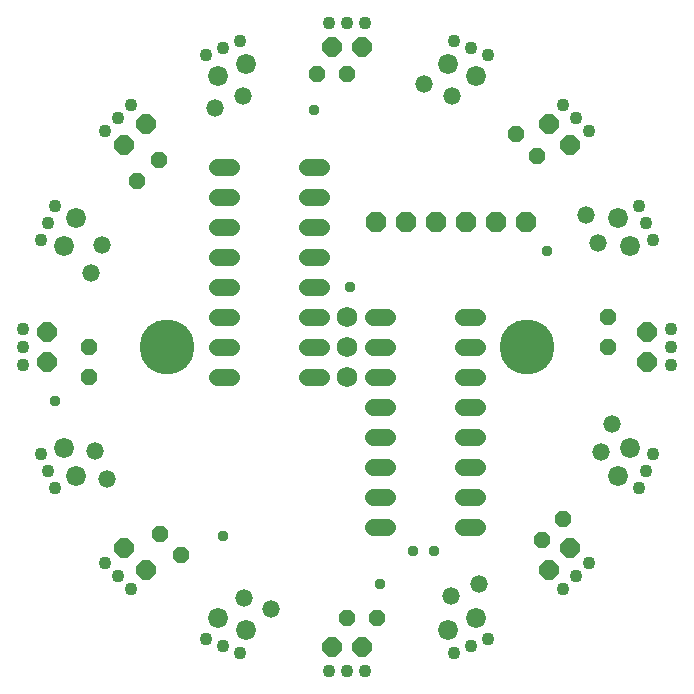
<source format=gbr>
G04 EAGLE Gerber RS-274X export*
G75*
%MOMM*%
%FSLAX34Y34*%
%LPD*%
%INSoldermask Bottom*%
%IPPOS*%
%AMOC8*
5,1,8,0,0,1.08239X$1,22.5*%
G01*
%ADD10C,1.422400*%
%ADD11C,1.103200*%
%ADD12P,1.539592X8X292.500000*%
%ADD13P,1.759533X8X112.500000*%
%ADD14P,1.539592X8X315.000000*%
%ADD15P,1.759533X8X135.000000*%
%ADD16P,1.539592X8X337.500000*%
%ADD17P,1.759533X8X157.500000*%
%ADD18P,1.539592X8X360.000000*%
%ADD19P,1.759533X8X180.000000*%
%ADD20P,1.539592X8X22.500000*%
%ADD21P,1.759533X8X202.500000*%
%ADD22P,1.539592X8X45.000000*%
%ADD23P,1.759533X8X225.000000*%
%ADD24P,1.539592X8X67.500000*%
%ADD25P,1.759533X8X247.500000*%
%ADD26P,1.539592X8X90.000000*%
%ADD27P,1.759533X8X270.000000*%
%ADD28P,1.539592X8X112.500000*%
%ADD29P,1.759533X8X292.500000*%
%ADD30P,1.539592X8X135.000000*%
%ADD31P,1.759533X8X315.000000*%
%ADD32P,1.539592X8X157.500000*%
%ADD33P,1.759533X8X337.500000*%
%ADD34P,1.539592X8X180.000000*%
%ADD35P,1.759533X8X360.000000*%
%ADD36P,1.539592X8X202.500000*%
%ADD37P,1.759533X8X22.500000*%
%ADD38P,1.539592X8X225.000000*%
%ADD39P,1.759533X8X45.000000*%
%ADD40P,1.539592X8X247.500000*%
%ADD41P,1.759533X8X67.500000*%
%ADD42P,1.539592X8X270.000000*%
%ADD43P,1.759533X8X90.000000*%
%ADD44P,1.869504X8X112.500000*%
%ADD45C,1.727200*%
%ADD46C,4.648200*%
%ADD47C,0.959600*%


D10*
X-110236Y152400D02*
X-98044Y152400D01*
X-98044Y127000D02*
X-110236Y127000D01*
X-110236Y50800D02*
X-98044Y50800D01*
X-98044Y25400D02*
X-110236Y25400D01*
X-110236Y101600D02*
X-98044Y101600D01*
X-98044Y76200D02*
X-110236Y76200D01*
X-110236Y0D02*
X-98044Y0D01*
X-98044Y-25400D02*
X-110236Y-25400D01*
X-34036Y-25400D02*
X-21844Y-25400D01*
X-21844Y0D02*
X-34036Y0D01*
X-34036Y25400D02*
X-21844Y25400D01*
X-21844Y50800D02*
X-34036Y50800D01*
X-34036Y76200D02*
X-21844Y76200D01*
X-21844Y101600D02*
X-34036Y101600D01*
X-34036Y127000D02*
X-21844Y127000D01*
X-21844Y152400D02*
X-34036Y152400D01*
X98044Y-152400D02*
X110236Y-152400D01*
X110236Y-127000D02*
X98044Y-127000D01*
X98044Y-50800D02*
X110236Y-50800D01*
X110236Y-25400D02*
X98044Y-25400D01*
X98044Y-101600D02*
X110236Y-101600D01*
X110236Y-76200D02*
X98044Y-76200D01*
X98044Y0D02*
X110236Y0D01*
X110236Y25400D02*
X98044Y25400D01*
X34036Y25400D02*
X21844Y25400D01*
X21844Y0D02*
X34036Y0D01*
X34036Y-25400D02*
X21844Y-25400D01*
X21844Y-50800D02*
X34036Y-50800D01*
X34036Y-76200D02*
X21844Y-76200D01*
X21844Y-101600D02*
X34036Y-101600D01*
X34036Y-127000D02*
X21844Y-127000D01*
X21844Y-152400D02*
X34036Y-152400D01*
D11*
X274320Y15240D03*
X274320Y0D03*
X274320Y-15240D03*
D12*
X220980Y25400D03*
X220980Y0D03*
D13*
X254000Y-12700D03*
X254000Y12700D03*
D11*
X247607Y119058D03*
X253439Y104978D03*
X259271Y90898D03*
D14*
X202335Y111617D03*
X212056Y88150D03*
D15*
X239525Y85468D03*
X229805Y108935D03*
D11*
X183197Y204750D03*
X193974Y193974D03*
X204750Y183197D03*
D16*
X143030Y180041D03*
X160991Y162080D03*
D17*
X188585Y170625D03*
X170625Y188585D03*
D11*
X90898Y259271D03*
X104978Y253439D03*
X119058Y247607D03*
D18*
X65290Y222216D03*
X88757Y212495D03*
D19*
X108935Y229805D03*
X85468Y239525D03*
D11*
X-15240Y274320D03*
X0Y274320D03*
X15240Y274320D03*
D20*
X-25400Y231140D03*
X0Y231140D03*
D21*
X12700Y254000D03*
X-12700Y254000D03*
D11*
X-119058Y247607D03*
X-104978Y253439D03*
X-90898Y259271D03*
D22*
X-111617Y202335D03*
X-88150Y212056D03*
D23*
X-85468Y239525D03*
X-108935Y229805D03*
D11*
X-204750Y183197D03*
X-193974Y193974D03*
X-183197Y204750D03*
D24*
X-177501Y140490D03*
X-159540Y158451D03*
D25*
X-170625Y188585D03*
X-188585Y170625D03*
D11*
X-259271Y90898D03*
X-253439Y104978D03*
X-247607Y119058D03*
D26*
X-217136Y62750D03*
X-207415Y86217D03*
D27*
X-229805Y108935D03*
X-239525Y85468D03*
D11*
X-274320Y-15240D03*
X-274320Y0D03*
X-274320Y15240D03*
D28*
X-218440Y-25400D03*
X-218440Y0D03*
D29*
X-254000Y12700D03*
X-254000Y-12700D03*
D11*
X-247607Y-119058D03*
X-253439Y-104978D03*
X-259271Y-90898D03*
D30*
X-203605Y-111617D03*
X-213326Y-88150D03*
D31*
X-239525Y-85468D03*
X-229805Y-108935D03*
D11*
X-183197Y-204750D03*
X-193974Y-193974D03*
X-204750Y-183197D03*
D32*
X-140490Y-176231D03*
X-158451Y-158270D03*
D33*
X-188585Y-170625D03*
X-170625Y-188585D03*
D11*
X-90898Y-259271D03*
X-104978Y-253439D03*
X-119058Y-247607D03*
D34*
X-64020Y-222216D03*
X-87487Y-212495D03*
D35*
X-108935Y-229805D03*
X-85468Y-239525D03*
D11*
X15240Y-274320D03*
X0Y-274320D03*
X-15240Y-274320D03*
D36*
X25400Y-229870D03*
X0Y-229870D03*
D37*
X-12700Y-254000D03*
X12700Y-254000D03*
D11*
X119058Y-247607D03*
X104978Y-253439D03*
X90898Y-259271D03*
D38*
X111617Y-201065D03*
X88150Y-210786D03*
D39*
X85468Y-239525D03*
X108935Y-229805D03*
D11*
X204750Y-183197D03*
X193974Y-193974D03*
X183197Y-204750D03*
D40*
X182735Y-145724D03*
X164774Y-163685D03*
D41*
X170625Y-188585D03*
X188585Y-170625D03*
D11*
X259271Y-90898D03*
X253439Y-104978D03*
X247607Y-119058D03*
D42*
X224466Y-65478D03*
X214745Y-88945D03*
D43*
X229805Y-108935D03*
X239525Y-85468D03*
D44*
X24130Y105410D03*
X49530Y105410D03*
X74930Y105410D03*
X100330Y105410D03*
X125730Y105410D03*
X151130Y105410D03*
D45*
X0Y25400D03*
X0Y0D03*
X0Y-25400D03*
D46*
X152400Y0D03*
X-152400Y0D03*
D47*
X-247650Y-45720D03*
X27940Y-200660D03*
X-27940Y200660D03*
X168910Y81280D03*
X2540Y50800D03*
X-105410Y-160020D03*
X55880Y-172720D03*
X73660Y-172720D03*
M02*

</source>
